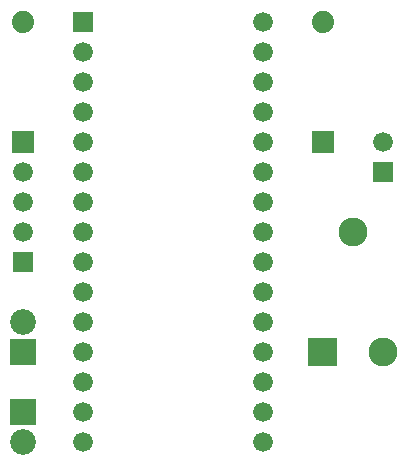
<source format=gbr>
G04 start of page 7 for group -4062 idx -4062 *
G04 Title: Controller, soldermask *
G04 Creator: pcb 4.0.2 *
G04 CreationDate: Sun May 26 22:24:23 2019 UTC *
G04 For: luigi *
G04 Format: Gerber/RS-274X *
G04 PCB-Dimensions (mil): 1480.00 1600.00 *
G04 PCB-Coordinate-Origin: lower left *
%MOIN*%
%FSLAX25Y25*%
%LNBOTTOMMASK*%
%ADD42C,0.0860*%
%ADD41C,0.0962*%
%ADD40C,0.0001*%
%ADD39C,0.0660*%
%ADD38C,0.0740*%
G54D38*X115000Y150000D03*
G54D39*X15000Y80000D03*
Y90000D03*
Y100000D03*
G54D40*G36*
X11300Y113700D02*Y106300D01*
X18700D01*
Y113700D01*
X11300D01*
G37*
G54D38*X15000Y150000D03*
G54D40*G36*
X31700Y153300D02*Y146700D01*
X38300D01*
Y153300D01*
X31700D01*
G37*
G54D39*X35000Y140000D03*
Y130000D03*
Y120000D03*
Y110000D03*
Y100000D03*
Y90000D03*
Y10000D03*
G54D41*X125000Y80000D03*
G54D40*G36*
X110190Y44810D02*Y35190D01*
X119810D01*
Y44810D01*
X110190D01*
G37*
G54D41*X135000Y40000D03*
G54D40*G36*
X111300Y113700D02*Y106300D01*
X118700D01*
Y113700D01*
X111300D01*
G37*
G36*
X131700Y103300D02*Y96700D01*
X138300D01*
Y103300D01*
X131700D01*
G37*
G54D39*X135000Y110000D03*
X95000Y40000D03*
Y50000D03*
Y60000D03*
Y70000D03*
Y80000D03*
Y90000D03*
Y100000D03*
Y110000D03*
Y120000D03*
Y130000D03*
Y140000D03*
Y150000D03*
Y10000D03*
Y20000D03*
Y30000D03*
G54D40*G36*
X10700Y24300D02*Y15700D01*
X19300D01*
Y24300D01*
X10700D01*
G37*
G36*
Y44300D02*Y35700D01*
X19300D01*
Y44300D01*
X10700D01*
G37*
G54D42*X15000Y50000D03*
Y10000D03*
G54D40*G36*
X11700Y73300D02*Y66700D01*
X18300D01*
Y73300D01*
X11700D01*
G37*
G54D39*X35000Y80000D03*
Y70000D03*
Y60000D03*
Y50000D03*
Y40000D03*
Y30000D03*
Y20000D03*
M02*

</source>
